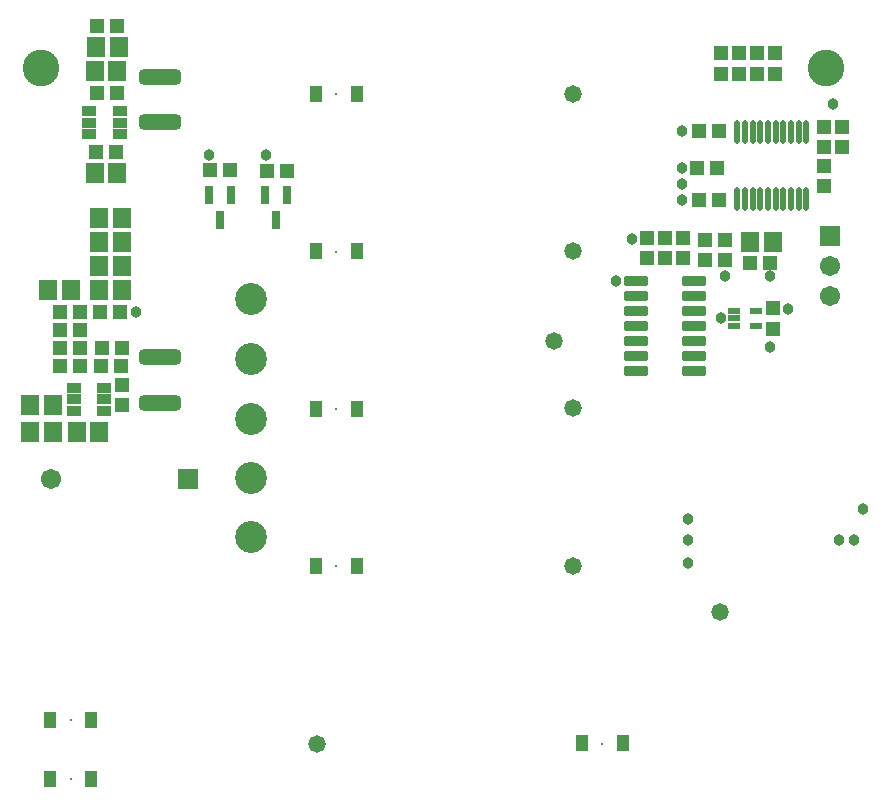
<source format=gts>
%FSLAX24Y24*%
%MOIN*%
%SFA1B1*%

%IPPOS*%
%AMD83*
4,1,8,-0.034400,-0.015800,0.034400,-0.015800,0.041400,-0.008800,0.041400,0.008800,0.034400,0.015800,-0.034400,0.015800,-0.041400,0.008800,-0.041400,-0.008800,-0.034400,-0.015800,0.0*
1,1,0.014000,-0.034400,-0.008800*
1,1,0.014000,0.034400,-0.008800*
1,1,0.014000,0.034400,0.008800*
1,1,0.014000,-0.034400,0.008800*
%
%AMD91*
4,1,8,-0.056100,-0.025600,0.056100,-0.025600,0.070900,-0.010800,0.070900,0.010800,0.056100,0.025600,-0.056100,0.025600,-0.070900,0.010800,-0.070900,-0.010800,-0.056100,-0.025600,0.0*
1,1,0.029600,-0.056100,-0.010800*
1,1,0.029600,0.056100,-0.010800*
1,1,0.029600,0.056100,0.010800*
1,1,0.029600,-0.056100,0.010800*
%
G04~CAMADD=83~8~0.0~0.0~828.0~316.0~70.0~0.0~15~0.0~0.0~0.0~0.0~0~0.0~0.0~0.0~0.0~0~0.0~0.0~0.0~180.0~828.0~316.0*
%ADD83D83*%
%ADD84R,0.051300X0.047400*%
%ADD85O,0.021800X0.078900*%
%ADD86R,0.047400X0.051300*%
%ADD87R,0.059200X0.067100*%
%ADD88R,0.041500X0.023700*%
%ADD89R,0.031600X0.059200*%
%ADD90R,0.047400X0.035600*%
G04~CAMADD=91~8~0.0~0.0~1419.0~513.0~148.0~0.0~15~0.0~0.0~0.0~0.0~0~0.0~0.0~0.0~0.0~0~0.0~0.0~0.0~180.0~1418.0~512.0*
%ADD91D91*%
%ADD92R,0.043400X0.053300*%
%ADD93C,0.122000*%
%ADD94C,0.067100*%
%ADD95R,0.067100X0.067100*%
%ADD96C,0.106400*%
%ADD97R,0.067100X0.067100*%
%ADD98C,0.008000*%
%ADD99C,0.058000*%
%ADD100C,0.038000*%
%LNde-250624-1*%
%LPD*%
G54D83*
X32767Y26350D03*
Y26850D03*
Y27350D03*
Y27850D03*
Y28350D03*
Y28850D03*
Y29350D03*
X30833D03*
Y28850D03*
Y28350D03*
Y27850D03*
Y27350D03*
Y26850D03*
Y26350D03*
G54D84*
X33535Y33100D03*
X32865D03*
X35285Y29950D03*
X34615D03*
X16615Y33050D03*
X17285D03*
X18515Y33000D03*
X19185D03*
X33785Y30700D03*
X33115D03*
X33785Y30050D03*
X33115D03*
X12285Y27700D03*
X11615D03*
X12285Y27100D03*
X11615D03*
Y26500D03*
X12285D03*
X13650D03*
X12981D03*
X13685Y27100D03*
X13015D03*
X13635Y28300D03*
X12965D03*
X12285D03*
X11615D03*
X12815Y33650D03*
X13485D03*
X13535Y35600D03*
X12865D03*
X13535Y37850D03*
X12865D03*
X33585Y32050D03*
X32915D03*
X33585Y34350D03*
X32915D03*
G54D85*
X36502Y34322D03*
X36246D03*
X35990D03*
X35734D03*
X35478D03*
X35222D03*
X34966D03*
X34710D03*
X34454D03*
X34198D03*
X36502Y32078D03*
X36246D03*
X35990D03*
X35734D03*
X35478D03*
X35222D03*
X34966D03*
X34710D03*
X34454D03*
X34198D03*
G54D86*
X37100Y33815D03*
Y34485D03*
X37700Y33815D03*
Y34485D03*
X37100Y32515D03*
Y33185D03*
X13700Y25885D03*
Y25215D03*
X35400Y28435D03*
Y27765D03*
X31800Y30115D03*
Y30785D03*
X31200Y30115D03*
Y30785D03*
X32400Y30115D03*
Y30785D03*
X35450Y36265D03*
Y36935D03*
X34850Y36265D03*
Y36935D03*
X33650Y36265D03*
Y36935D03*
X34250Y36265D03*
Y36935D03*
G54D87*
X35374Y30650D03*
X34626D03*
X12176Y24300D03*
X12924D03*
X11374D03*
X10626D03*
X11374Y25200D03*
X10626D03*
X11226Y29050D03*
X11974D03*
X13674D03*
X12926D03*
X13674Y29850D03*
X12926D03*
X13674Y30650D03*
X12926D03*
X13674Y31450D03*
X12926D03*
X12776Y32950D03*
X13524D03*
Y36350D03*
X12776D03*
X13574Y37150D03*
X12826D03*
G54D88*
X34076Y28356D03*
Y28100D03*
Y27844D03*
X34824D03*
Y28356D03*
G54D89*
X19198Y32200D03*
X18450D03*
X18824Y31373D03*
X17324Y32213D03*
X16576D03*
X16950Y31387D03*
G54D90*
X12076Y25774D03*
Y25400D03*
Y25026D03*
X13100Y25774D03*
Y25400D03*
Y25026D03*
X12600Y35000D03*
Y34626D03*
Y34252D03*
X13624Y35000D03*
Y34626D03*
Y34252D03*
G54D91*
X14950Y25292D03*
Y26808D03*
Y34642D03*
Y36158D03*
G54D92*
X20157Y35591D03*
X21517D03*
X20157Y30341D03*
X21517D03*
X20157Y25092D03*
X21517D03*
X20157Y19843D03*
X21517D03*
X11299Y12756D03*
X12658D03*
X11299Y14724D03*
X12658D03*
X29015Y13937D03*
X30375D03*
G54D93*
X37150Y36450D03*
X11000D03*
G54D94*
X37300Y28850D03*
Y29850D03*
X11307Y22750D03*
G54D95*
X37300Y30850D03*
G54D96*
X18000Y24750D03*
Y26750D03*
Y28750D03*
Y22784D03*
Y20816D03*
G54D97*
X15893Y22750D03*
G54D98*
X20837Y35581D03*
Y30331D03*
Y25082D03*
Y19833D03*
X11978Y12746D03*
Y14714D03*
X29695Y13927D03*
G54D99*
X28100Y27350D03*
X28709Y35591D03*
Y30350D03*
Y25100D03*
Y19850D03*
X20200Y13900D03*
X33622Y18328D03*
G54D100*
X33650Y28100D03*
X35300Y29500D03*
X30700Y30750D03*
X35300Y27150D03*
X35883Y28417D03*
X32350Y32050D03*
Y34350D03*
X38100Y20700D03*
X37600D03*
X38400Y21750D03*
X32350Y33100D03*
X14150Y28300D03*
X32350Y32575D03*
X30150Y29350D03*
X18500Y33550D03*
X16600D03*
X32550Y21400D03*
Y20700D03*
Y19950D03*
X37400Y35250D03*
X33800Y29500D03*
M02*
</source>
